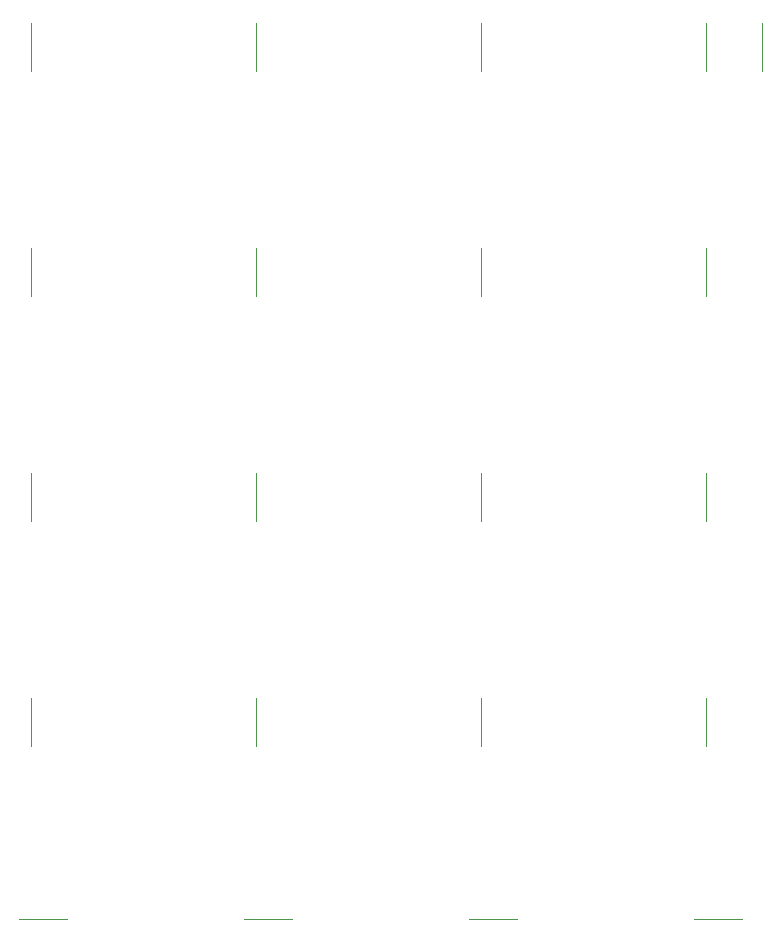
<source format=gbr>
%TF.GenerationSoftware,KiCad,Pcbnew,9.0.3*%
%TF.CreationDate,2025-08-11T00:10:58+09:00*%
%TF.ProjectId,tenkey_v3,74656e6b-6579-45f7-9633-2e6b69636164,rev?*%
%TF.SameCoordinates,Original*%
%TF.FileFunction,Legend,Top*%
%TF.FilePolarity,Positive*%
%FSLAX46Y46*%
G04 Gerber Fmt 4.6, Leading zero omitted, Abs format (unit mm)*
G04 Created by KiCad (PCBNEW 9.0.3) date 2025-08-11 00:10:58*
%MOMM*%
%LPD*%
G01*
G04 APERTURE LIST*
%ADD10C,0.120000*%
G04 APERTURE END LIST*
D10*
%TO.C,D3*%
X115300000Y-114278750D02*
X115300000Y-110268750D01*
%TO.C,D5*%
X114321250Y-148000000D02*
X118331250Y-148000000D01*
%TO.C,D7*%
X134350000Y-95228750D02*
X134350000Y-91218750D01*
%TO.C,D10*%
X133371250Y-148000000D02*
X137381250Y-148000000D01*
%TO.C,D14*%
X153400000Y-133328750D02*
X153400000Y-129318750D01*
%TO.C,D20*%
X171471250Y-148000000D02*
X175481250Y-148000000D01*
%TO.C,D9*%
X134350000Y-133328750D02*
X134350000Y-129318750D01*
%TO.C,D6*%
X134350000Y-76178750D02*
X134350000Y-72168750D01*
%TO.C,D2*%
X115300000Y-95228750D02*
X115300000Y-91218750D01*
%TO.C,D15*%
X152421250Y-148000000D02*
X156431250Y-148000000D01*
%TO.C,D16*%
X172450000Y-76178750D02*
X172450000Y-72168750D01*
%TO.C,D12*%
X153400000Y-95228750D02*
X153400000Y-91218750D01*
%TO.C,D13*%
X153400000Y-114278750D02*
X153400000Y-110268750D01*
%TO.C,D8*%
X134350000Y-114278750D02*
X134350000Y-110268750D01*
%TO.C,D17*%
X172450000Y-95228750D02*
X172450000Y-91218750D01*
%TO.C,D11*%
X153400000Y-76178750D02*
X153400000Y-72168750D01*
%TO.C,D21*%
X177212500Y-76178750D02*
X177212500Y-72168750D01*
%TO.C,D18*%
X172450000Y-114278750D02*
X172450000Y-110268750D01*
%TO.C,D1*%
X115300000Y-76178750D02*
X115300000Y-72168750D01*
%TO.C,D4*%
X115300000Y-133328750D02*
X115300000Y-129318750D01*
%TO.C,D19*%
X172450000Y-133328750D02*
X172450000Y-129318750D01*
%TD*%
M02*

</source>
